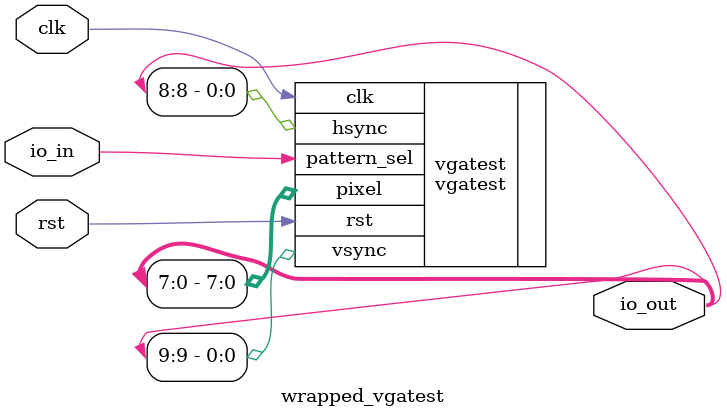
<source format=v>
`default_nettype none

module wrapped_vgatest(
`ifdef USE_POWER_PINS
	inout vccd1,
	inout vssd1,
`endif
	input clk,
	input rst,
	input io_in,
	output [9:0] io_out
);

vgatest vgatest(
	.pixel(io_out[7:0]),
	.hsync(io_out[8]),
	.vsync(io_out[9]),
	.pattern_sel(io_in),
	.clk(clk),
	.rst(rst)
);

endmodule

</source>
